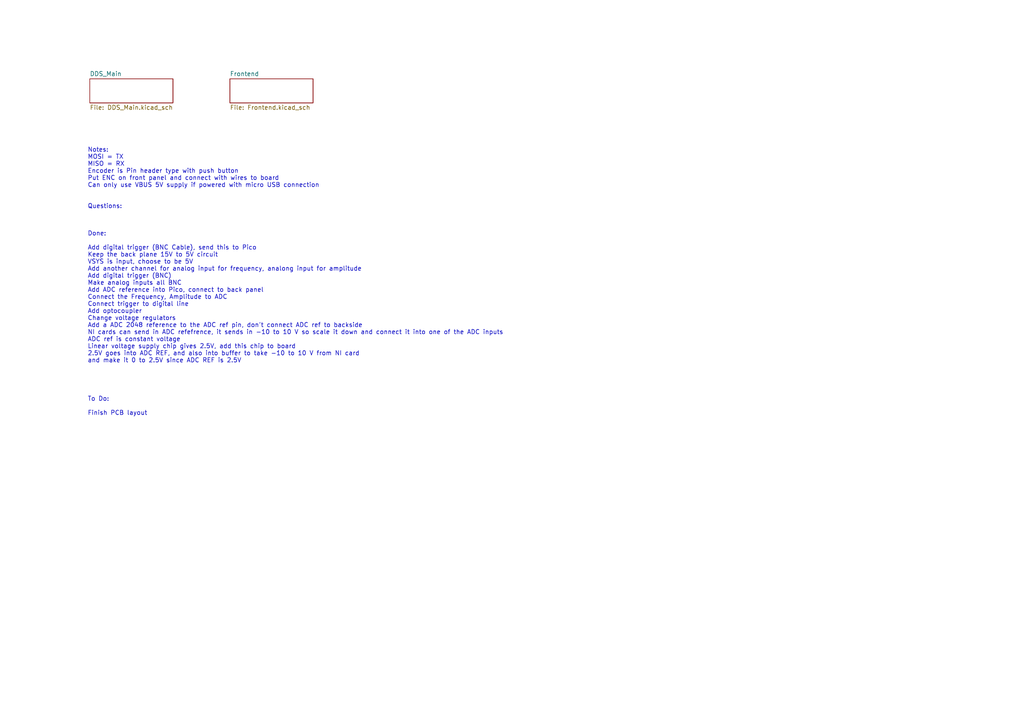
<source format=kicad_sch>
(kicad_sch (version 20230121) (generator eeschema)
  (paper "A4")
  (lib_symbols)
  (text "To Do:\n\nFinish PCB layout" (at 25.4 120.65 0) (effects (font (size 1.27 1.27)) (justify left bottom)))
  (text "Notes:\nMOSI = TX\nMISO = RX\nEncoder is Pin header type with push button\nPut ENC on front panel and connect with wires to board\nCan only use VBUS 5V supply if powered with micro USB connection\n\n\nQuestions:\n\n\n" (at 25.4 64.77 0) (effects (font (size 1.27 1.27)) (justify left bottom)))
  (text "Done:\n\nAdd digital trigger (BNC Cable), send this to Pico\nKeep the back plane 15V to 5V circuit\nVSYS is input, choose to be 5V\nAdd another channel for analog input for frequency, analong input for amplitude\nAdd digital trigger (BNC)\nMake analog inputs all BNC\nAdd ADC reference into Pico, connect to back panel\nConnect the Frequency, Amplitude to ADC\nConnect trigger to digital line\nAdd optocoupler\nChange voltage regulators\nAdd a ADC 2048 reference to the ADC ref pin, don't connect ADC ref to backside\nNI cards can send in ADC refefrence, it sends in -10 to 10 V so scale it down and connect it into one of the ADC inputs\nADC ref is constant voltage\nLinear voltage supply chip gives 2.5V, add this chip to board\n2.5V goes into ADC REF, and also into buffer to take -10 to 10 V from NI card \nand make it 0 to 2.5V since ADC REF is 2.5V" (at 25.4 105.41 0) (effects (font (size 1.27 1.27)) (justify left bottom)))
  (sheet (at 66.675 22.86) (size 24.13 6.985) (stroke (width 0.1524))
    (property "Sheetname" "Frontend" (at 66.675 22.1484 0) (effects (justify left bottom)))
    (property "Sheetfile" "Frontend.kicad_sch" (at 66.675 30.4296 0) (effects (justify left top)))
  )
  (sheet (at 26.035 22.86) (size 24.13 6.985) (stroke (width 0.1524))
    (property "Sheetname" "DDS_Main" (at 26.035 22.1484 0) (effects (justify left bottom)))
    (property "Sheetfile" "DDS_Main.kicad_sch" (at 26.035 30.4296 0) (effects (justify left top)))
  )
)
</source>
